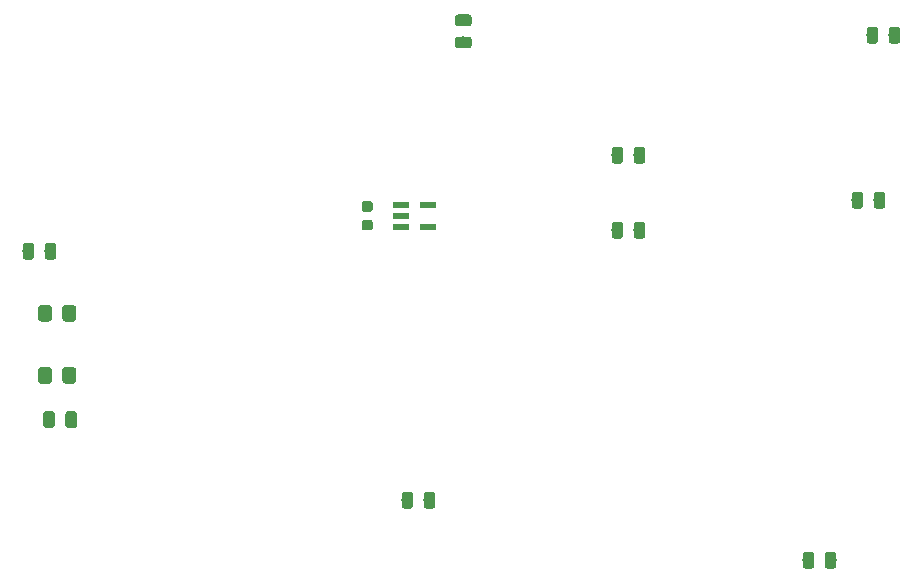
<source format=gbr>
G04 #@! TF.GenerationSoftware,KiCad,Pcbnew,6.0.0-rc1-unknown-46fddab~66~ubuntu16.04.1*
G04 #@! TF.CreationDate,2018-09-28T18:46:46+01:00*
G04 #@! TF.ProjectId,test,746573742E6B696361645F7063620000,rev?*
G04 #@! TF.SameCoordinates,Original*
G04 #@! TF.FileFunction,Paste,Top*
G04 #@! TF.FilePolarity,Positive*
%FSLAX46Y46*%
G04 Gerber Fmt 4.6, Leading zero omitted, Abs format (unit mm)*
G04 Created by KiCad (PCBNEW 6.0.0-rc1-unknown-46fddab~66~ubuntu16.04.1) date Fri Sep 28 18:46:46 2018*
%MOMM*%
%LPD*%
G01*
G04 APERTURE LIST*
%ADD10C,0.100000*%
%ADD11C,0.875000*%
%ADD12R,1.390000X0.580000*%
%ADD13C,1.150000*%
%ADD14C,0.975000*%
G04 APERTURE END LIST*
D10*
G04 #@! TO.C,C4*
G36*
X176277691Y-75026053D02*
X176298926Y-75029203D01*
X176319750Y-75034419D01*
X176339962Y-75041651D01*
X176359368Y-75050830D01*
X176377781Y-75061866D01*
X176395024Y-75074654D01*
X176410930Y-75089070D01*
X176425346Y-75104976D01*
X176438134Y-75122219D01*
X176449170Y-75140632D01*
X176458349Y-75160038D01*
X176465581Y-75180250D01*
X176470797Y-75201074D01*
X176473947Y-75222309D01*
X176475000Y-75243750D01*
X176475000Y-75681250D01*
X176473947Y-75702691D01*
X176470797Y-75723926D01*
X176465581Y-75744750D01*
X176458349Y-75764962D01*
X176449170Y-75784368D01*
X176438134Y-75802781D01*
X176425346Y-75820024D01*
X176410930Y-75835930D01*
X176395024Y-75850346D01*
X176377781Y-75863134D01*
X176359368Y-75874170D01*
X176339962Y-75883349D01*
X176319750Y-75890581D01*
X176298926Y-75895797D01*
X176277691Y-75898947D01*
X176256250Y-75900000D01*
X175743750Y-75900000D01*
X175722309Y-75898947D01*
X175701074Y-75895797D01*
X175680250Y-75890581D01*
X175660038Y-75883349D01*
X175640632Y-75874170D01*
X175622219Y-75863134D01*
X175604976Y-75850346D01*
X175589070Y-75835930D01*
X175574654Y-75820024D01*
X175561866Y-75802781D01*
X175550830Y-75784368D01*
X175541651Y-75764962D01*
X175534419Y-75744750D01*
X175529203Y-75723926D01*
X175526053Y-75702691D01*
X175525000Y-75681250D01*
X175525000Y-75243750D01*
X175526053Y-75222309D01*
X175529203Y-75201074D01*
X175534419Y-75180250D01*
X175541651Y-75160038D01*
X175550830Y-75140632D01*
X175561866Y-75122219D01*
X175574654Y-75104976D01*
X175589070Y-75089070D01*
X175604976Y-75074654D01*
X175622219Y-75061866D01*
X175640632Y-75050830D01*
X175660038Y-75041651D01*
X175680250Y-75034419D01*
X175701074Y-75029203D01*
X175722309Y-75026053D01*
X175743750Y-75025000D01*
X176256250Y-75025000D01*
X176277691Y-75026053D01*
X176277691Y-75026053D01*
G37*
D11*
X176000000Y-75462500D03*
D10*
G36*
X176277691Y-76601053D02*
X176298926Y-76604203D01*
X176319750Y-76609419D01*
X176339962Y-76616651D01*
X176359368Y-76625830D01*
X176377781Y-76636866D01*
X176395024Y-76649654D01*
X176410930Y-76664070D01*
X176425346Y-76679976D01*
X176438134Y-76697219D01*
X176449170Y-76715632D01*
X176458349Y-76735038D01*
X176465581Y-76755250D01*
X176470797Y-76776074D01*
X176473947Y-76797309D01*
X176475000Y-76818750D01*
X176475000Y-77256250D01*
X176473947Y-77277691D01*
X176470797Y-77298926D01*
X176465581Y-77319750D01*
X176458349Y-77339962D01*
X176449170Y-77359368D01*
X176438134Y-77377781D01*
X176425346Y-77395024D01*
X176410930Y-77410930D01*
X176395024Y-77425346D01*
X176377781Y-77438134D01*
X176359368Y-77449170D01*
X176339962Y-77458349D01*
X176319750Y-77465581D01*
X176298926Y-77470797D01*
X176277691Y-77473947D01*
X176256250Y-77475000D01*
X175743750Y-77475000D01*
X175722309Y-77473947D01*
X175701074Y-77470797D01*
X175680250Y-77465581D01*
X175660038Y-77458349D01*
X175640632Y-77449170D01*
X175622219Y-77438134D01*
X175604976Y-77425346D01*
X175589070Y-77410930D01*
X175574654Y-77395024D01*
X175561866Y-77377781D01*
X175550830Y-77359368D01*
X175541651Y-77339962D01*
X175534419Y-77319750D01*
X175529203Y-77298926D01*
X175526053Y-77277691D01*
X175525000Y-77256250D01*
X175525000Y-76818750D01*
X175526053Y-76797309D01*
X175529203Y-76776074D01*
X175534419Y-76755250D01*
X175541651Y-76735038D01*
X175550830Y-76715632D01*
X175561866Y-76697219D01*
X175574654Y-76679976D01*
X175589070Y-76664070D01*
X175604976Y-76649654D01*
X175622219Y-76636866D01*
X175640632Y-76625830D01*
X175660038Y-76616651D01*
X175680250Y-76609419D01*
X175701074Y-76604203D01*
X175722309Y-76601053D01*
X175743750Y-76600000D01*
X176256250Y-76600000D01*
X176277691Y-76601053D01*
X176277691Y-76601053D01*
G37*
D11*
X176000000Y-77037500D03*
G04 #@! TD*
D12*
G04 #@! TO.C,U4*
X178835000Y-75300000D03*
X178835000Y-76250000D03*
X178835000Y-77200000D03*
X181165000Y-77200000D03*
X181165000Y-75300000D03*
G04 #@! TD*
D10*
G04 #@! TO.C,D2*
G36*
X149074505Y-83801204D02*
X149098773Y-83804804D01*
X149122572Y-83810765D01*
X149145671Y-83819030D01*
X149167850Y-83829520D01*
X149188893Y-83842132D01*
X149208599Y-83856747D01*
X149226777Y-83873223D01*
X149243253Y-83891401D01*
X149257868Y-83911107D01*
X149270480Y-83932150D01*
X149280970Y-83954329D01*
X149289235Y-83977428D01*
X149295196Y-84001227D01*
X149298796Y-84025495D01*
X149300000Y-84049999D01*
X149300000Y-84950001D01*
X149298796Y-84974505D01*
X149295196Y-84998773D01*
X149289235Y-85022572D01*
X149280970Y-85045671D01*
X149270480Y-85067850D01*
X149257868Y-85088893D01*
X149243253Y-85108599D01*
X149226777Y-85126777D01*
X149208599Y-85143253D01*
X149188893Y-85157868D01*
X149167850Y-85170480D01*
X149145671Y-85180970D01*
X149122572Y-85189235D01*
X149098773Y-85195196D01*
X149074505Y-85198796D01*
X149050001Y-85200000D01*
X148399999Y-85200000D01*
X148375495Y-85198796D01*
X148351227Y-85195196D01*
X148327428Y-85189235D01*
X148304329Y-85180970D01*
X148282150Y-85170480D01*
X148261107Y-85157868D01*
X148241401Y-85143253D01*
X148223223Y-85126777D01*
X148206747Y-85108599D01*
X148192132Y-85088893D01*
X148179520Y-85067850D01*
X148169030Y-85045671D01*
X148160765Y-85022572D01*
X148154804Y-84998773D01*
X148151204Y-84974505D01*
X148150000Y-84950001D01*
X148150000Y-84049999D01*
X148151204Y-84025495D01*
X148154804Y-84001227D01*
X148160765Y-83977428D01*
X148169030Y-83954329D01*
X148179520Y-83932150D01*
X148192132Y-83911107D01*
X148206747Y-83891401D01*
X148223223Y-83873223D01*
X148241401Y-83856747D01*
X148261107Y-83842132D01*
X148282150Y-83829520D01*
X148304329Y-83819030D01*
X148327428Y-83810765D01*
X148351227Y-83804804D01*
X148375495Y-83801204D01*
X148399999Y-83800000D01*
X149050001Y-83800000D01*
X149074505Y-83801204D01*
X149074505Y-83801204D01*
G37*
D13*
X148725000Y-84500000D03*
D10*
G36*
X151124505Y-83801204D02*
X151148773Y-83804804D01*
X151172572Y-83810765D01*
X151195671Y-83819030D01*
X151217850Y-83829520D01*
X151238893Y-83842132D01*
X151258599Y-83856747D01*
X151276777Y-83873223D01*
X151293253Y-83891401D01*
X151307868Y-83911107D01*
X151320480Y-83932150D01*
X151330970Y-83954329D01*
X151339235Y-83977428D01*
X151345196Y-84001227D01*
X151348796Y-84025495D01*
X151350000Y-84049999D01*
X151350000Y-84950001D01*
X151348796Y-84974505D01*
X151345196Y-84998773D01*
X151339235Y-85022572D01*
X151330970Y-85045671D01*
X151320480Y-85067850D01*
X151307868Y-85088893D01*
X151293253Y-85108599D01*
X151276777Y-85126777D01*
X151258599Y-85143253D01*
X151238893Y-85157868D01*
X151217850Y-85170480D01*
X151195671Y-85180970D01*
X151172572Y-85189235D01*
X151148773Y-85195196D01*
X151124505Y-85198796D01*
X151100001Y-85200000D01*
X150449999Y-85200000D01*
X150425495Y-85198796D01*
X150401227Y-85195196D01*
X150377428Y-85189235D01*
X150354329Y-85180970D01*
X150332150Y-85170480D01*
X150311107Y-85157868D01*
X150291401Y-85143253D01*
X150273223Y-85126777D01*
X150256747Y-85108599D01*
X150242132Y-85088893D01*
X150229520Y-85067850D01*
X150219030Y-85045671D01*
X150210765Y-85022572D01*
X150204804Y-84998773D01*
X150201204Y-84974505D01*
X150200000Y-84950001D01*
X150200000Y-84049999D01*
X150201204Y-84025495D01*
X150204804Y-84001227D01*
X150210765Y-83977428D01*
X150219030Y-83954329D01*
X150229520Y-83932150D01*
X150242132Y-83911107D01*
X150256747Y-83891401D01*
X150273223Y-83873223D01*
X150291401Y-83856747D01*
X150311107Y-83842132D01*
X150332150Y-83829520D01*
X150354329Y-83819030D01*
X150377428Y-83810765D01*
X150401227Y-83804804D01*
X150425495Y-83801204D01*
X150449999Y-83800000D01*
X151100001Y-83800000D01*
X151124505Y-83801204D01*
X151124505Y-83801204D01*
G37*
D13*
X150775000Y-84500000D03*
G04 #@! TD*
D10*
G04 #@! TO.C,D3*
G36*
X151124505Y-89051204D02*
X151148773Y-89054804D01*
X151172572Y-89060765D01*
X151195671Y-89069030D01*
X151217850Y-89079520D01*
X151238893Y-89092132D01*
X151258599Y-89106747D01*
X151276777Y-89123223D01*
X151293253Y-89141401D01*
X151307868Y-89161107D01*
X151320480Y-89182150D01*
X151330970Y-89204329D01*
X151339235Y-89227428D01*
X151345196Y-89251227D01*
X151348796Y-89275495D01*
X151350000Y-89299999D01*
X151350000Y-90200001D01*
X151348796Y-90224505D01*
X151345196Y-90248773D01*
X151339235Y-90272572D01*
X151330970Y-90295671D01*
X151320480Y-90317850D01*
X151307868Y-90338893D01*
X151293253Y-90358599D01*
X151276777Y-90376777D01*
X151258599Y-90393253D01*
X151238893Y-90407868D01*
X151217850Y-90420480D01*
X151195671Y-90430970D01*
X151172572Y-90439235D01*
X151148773Y-90445196D01*
X151124505Y-90448796D01*
X151100001Y-90450000D01*
X150449999Y-90450000D01*
X150425495Y-90448796D01*
X150401227Y-90445196D01*
X150377428Y-90439235D01*
X150354329Y-90430970D01*
X150332150Y-90420480D01*
X150311107Y-90407868D01*
X150291401Y-90393253D01*
X150273223Y-90376777D01*
X150256747Y-90358599D01*
X150242132Y-90338893D01*
X150229520Y-90317850D01*
X150219030Y-90295671D01*
X150210765Y-90272572D01*
X150204804Y-90248773D01*
X150201204Y-90224505D01*
X150200000Y-90200001D01*
X150200000Y-89299999D01*
X150201204Y-89275495D01*
X150204804Y-89251227D01*
X150210765Y-89227428D01*
X150219030Y-89204329D01*
X150229520Y-89182150D01*
X150242132Y-89161107D01*
X150256747Y-89141401D01*
X150273223Y-89123223D01*
X150291401Y-89106747D01*
X150311107Y-89092132D01*
X150332150Y-89079520D01*
X150354329Y-89069030D01*
X150377428Y-89060765D01*
X150401227Y-89054804D01*
X150425495Y-89051204D01*
X150449999Y-89050000D01*
X151100001Y-89050000D01*
X151124505Y-89051204D01*
X151124505Y-89051204D01*
G37*
D13*
X150775000Y-89750000D03*
D10*
G36*
X149074505Y-89051204D02*
X149098773Y-89054804D01*
X149122572Y-89060765D01*
X149145671Y-89069030D01*
X149167850Y-89079520D01*
X149188893Y-89092132D01*
X149208599Y-89106747D01*
X149226777Y-89123223D01*
X149243253Y-89141401D01*
X149257868Y-89161107D01*
X149270480Y-89182150D01*
X149280970Y-89204329D01*
X149289235Y-89227428D01*
X149295196Y-89251227D01*
X149298796Y-89275495D01*
X149300000Y-89299999D01*
X149300000Y-90200001D01*
X149298796Y-90224505D01*
X149295196Y-90248773D01*
X149289235Y-90272572D01*
X149280970Y-90295671D01*
X149270480Y-90317850D01*
X149257868Y-90338893D01*
X149243253Y-90358599D01*
X149226777Y-90376777D01*
X149208599Y-90393253D01*
X149188893Y-90407868D01*
X149167850Y-90420480D01*
X149145671Y-90430970D01*
X149122572Y-90439235D01*
X149098773Y-90445196D01*
X149074505Y-90448796D01*
X149050001Y-90450000D01*
X148399999Y-90450000D01*
X148375495Y-90448796D01*
X148351227Y-90445196D01*
X148327428Y-90439235D01*
X148304329Y-90430970D01*
X148282150Y-90420480D01*
X148261107Y-90407868D01*
X148241401Y-90393253D01*
X148223223Y-90376777D01*
X148206747Y-90358599D01*
X148192132Y-90338893D01*
X148179520Y-90317850D01*
X148169030Y-90295671D01*
X148160765Y-90272572D01*
X148154804Y-90248773D01*
X148151204Y-90224505D01*
X148150000Y-90200001D01*
X148150000Y-89299999D01*
X148151204Y-89275495D01*
X148154804Y-89251227D01*
X148160765Y-89227428D01*
X148169030Y-89204329D01*
X148179520Y-89182150D01*
X148192132Y-89161107D01*
X148206747Y-89141401D01*
X148223223Y-89123223D01*
X148241401Y-89106747D01*
X148261107Y-89092132D01*
X148282150Y-89079520D01*
X148304329Y-89069030D01*
X148327428Y-89060765D01*
X148351227Y-89054804D01*
X148375495Y-89051204D01*
X148399999Y-89050000D01*
X149050001Y-89050000D01*
X149074505Y-89051204D01*
X149074505Y-89051204D01*
G37*
D13*
X148725000Y-89750000D03*
G04 #@! TD*
D10*
G04 #@! TO.C,R18*
G36*
X149455142Y-78551174D02*
X149478803Y-78554684D01*
X149502007Y-78560496D01*
X149524529Y-78568554D01*
X149546153Y-78578782D01*
X149566670Y-78591079D01*
X149585883Y-78605329D01*
X149603607Y-78621393D01*
X149619671Y-78639117D01*
X149633921Y-78658330D01*
X149646218Y-78678847D01*
X149656446Y-78700471D01*
X149664504Y-78722993D01*
X149670316Y-78746197D01*
X149673826Y-78769858D01*
X149675000Y-78793750D01*
X149675000Y-79706250D01*
X149673826Y-79730142D01*
X149670316Y-79753803D01*
X149664504Y-79777007D01*
X149656446Y-79799529D01*
X149646218Y-79821153D01*
X149633921Y-79841670D01*
X149619671Y-79860883D01*
X149603607Y-79878607D01*
X149585883Y-79894671D01*
X149566670Y-79908921D01*
X149546153Y-79921218D01*
X149524529Y-79931446D01*
X149502007Y-79939504D01*
X149478803Y-79945316D01*
X149455142Y-79948826D01*
X149431250Y-79950000D01*
X148943750Y-79950000D01*
X148919858Y-79948826D01*
X148896197Y-79945316D01*
X148872993Y-79939504D01*
X148850471Y-79931446D01*
X148828847Y-79921218D01*
X148808330Y-79908921D01*
X148789117Y-79894671D01*
X148771393Y-79878607D01*
X148755329Y-79860883D01*
X148741079Y-79841670D01*
X148728782Y-79821153D01*
X148718554Y-79799529D01*
X148710496Y-79777007D01*
X148704684Y-79753803D01*
X148701174Y-79730142D01*
X148700000Y-79706250D01*
X148700000Y-78793750D01*
X148701174Y-78769858D01*
X148704684Y-78746197D01*
X148710496Y-78722993D01*
X148718554Y-78700471D01*
X148728782Y-78678847D01*
X148741079Y-78658330D01*
X148755329Y-78639117D01*
X148771393Y-78621393D01*
X148789117Y-78605329D01*
X148808330Y-78591079D01*
X148828847Y-78578782D01*
X148850471Y-78568554D01*
X148872993Y-78560496D01*
X148896197Y-78554684D01*
X148919858Y-78551174D01*
X148943750Y-78550000D01*
X149431250Y-78550000D01*
X149455142Y-78551174D01*
X149455142Y-78551174D01*
G37*
D14*
X149187500Y-79250000D03*
D10*
G36*
X147580142Y-78551174D02*
X147603803Y-78554684D01*
X147627007Y-78560496D01*
X147649529Y-78568554D01*
X147671153Y-78578782D01*
X147691670Y-78591079D01*
X147710883Y-78605329D01*
X147728607Y-78621393D01*
X147744671Y-78639117D01*
X147758921Y-78658330D01*
X147771218Y-78678847D01*
X147781446Y-78700471D01*
X147789504Y-78722993D01*
X147795316Y-78746197D01*
X147798826Y-78769858D01*
X147800000Y-78793750D01*
X147800000Y-79706250D01*
X147798826Y-79730142D01*
X147795316Y-79753803D01*
X147789504Y-79777007D01*
X147781446Y-79799529D01*
X147771218Y-79821153D01*
X147758921Y-79841670D01*
X147744671Y-79860883D01*
X147728607Y-79878607D01*
X147710883Y-79894671D01*
X147691670Y-79908921D01*
X147671153Y-79921218D01*
X147649529Y-79931446D01*
X147627007Y-79939504D01*
X147603803Y-79945316D01*
X147580142Y-79948826D01*
X147556250Y-79950000D01*
X147068750Y-79950000D01*
X147044858Y-79948826D01*
X147021197Y-79945316D01*
X146997993Y-79939504D01*
X146975471Y-79931446D01*
X146953847Y-79921218D01*
X146933330Y-79908921D01*
X146914117Y-79894671D01*
X146896393Y-79878607D01*
X146880329Y-79860883D01*
X146866079Y-79841670D01*
X146853782Y-79821153D01*
X146843554Y-79799529D01*
X146835496Y-79777007D01*
X146829684Y-79753803D01*
X146826174Y-79730142D01*
X146825000Y-79706250D01*
X146825000Y-78793750D01*
X146826174Y-78769858D01*
X146829684Y-78746197D01*
X146835496Y-78722993D01*
X146843554Y-78700471D01*
X146853782Y-78678847D01*
X146866079Y-78658330D01*
X146880329Y-78639117D01*
X146896393Y-78621393D01*
X146914117Y-78605329D01*
X146933330Y-78591079D01*
X146953847Y-78578782D01*
X146975471Y-78568554D01*
X146997993Y-78560496D01*
X147021197Y-78554684D01*
X147044858Y-78551174D01*
X147068750Y-78550000D01*
X147556250Y-78550000D01*
X147580142Y-78551174D01*
X147580142Y-78551174D01*
G37*
D14*
X147312500Y-79250000D03*
G04 #@! TD*
D10*
G04 #@! TO.C,R19*
G36*
X149330142Y-92801174D02*
X149353803Y-92804684D01*
X149377007Y-92810496D01*
X149399529Y-92818554D01*
X149421153Y-92828782D01*
X149441670Y-92841079D01*
X149460883Y-92855329D01*
X149478607Y-92871393D01*
X149494671Y-92889117D01*
X149508921Y-92908330D01*
X149521218Y-92928847D01*
X149531446Y-92950471D01*
X149539504Y-92972993D01*
X149545316Y-92996197D01*
X149548826Y-93019858D01*
X149550000Y-93043750D01*
X149550000Y-93956250D01*
X149548826Y-93980142D01*
X149545316Y-94003803D01*
X149539504Y-94027007D01*
X149531446Y-94049529D01*
X149521218Y-94071153D01*
X149508921Y-94091670D01*
X149494671Y-94110883D01*
X149478607Y-94128607D01*
X149460883Y-94144671D01*
X149441670Y-94158921D01*
X149421153Y-94171218D01*
X149399529Y-94181446D01*
X149377007Y-94189504D01*
X149353803Y-94195316D01*
X149330142Y-94198826D01*
X149306250Y-94200000D01*
X148818750Y-94200000D01*
X148794858Y-94198826D01*
X148771197Y-94195316D01*
X148747993Y-94189504D01*
X148725471Y-94181446D01*
X148703847Y-94171218D01*
X148683330Y-94158921D01*
X148664117Y-94144671D01*
X148646393Y-94128607D01*
X148630329Y-94110883D01*
X148616079Y-94091670D01*
X148603782Y-94071153D01*
X148593554Y-94049529D01*
X148585496Y-94027007D01*
X148579684Y-94003803D01*
X148576174Y-93980142D01*
X148575000Y-93956250D01*
X148575000Y-93043750D01*
X148576174Y-93019858D01*
X148579684Y-92996197D01*
X148585496Y-92972993D01*
X148593554Y-92950471D01*
X148603782Y-92928847D01*
X148616079Y-92908330D01*
X148630329Y-92889117D01*
X148646393Y-92871393D01*
X148664117Y-92855329D01*
X148683330Y-92841079D01*
X148703847Y-92828782D01*
X148725471Y-92818554D01*
X148747993Y-92810496D01*
X148771197Y-92804684D01*
X148794858Y-92801174D01*
X148818750Y-92800000D01*
X149306250Y-92800000D01*
X149330142Y-92801174D01*
X149330142Y-92801174D01*
G37*
D14*
X149062500Y-93500000D03*
D10*
G36*
X151205142Y-92801174D02*
X151228803Y-92804684D01*
X151252007Y-92810496D01*
X151274529Y-92818554D01*
X151296153Y-92828782D01*
X151316670Y-92841079D01*
X151335883Y-92855329D01*
X151353607Y-92871393D01*
X151369671Y-92889117D01*
X151383921Y-92908330D01*
X151396218Y-92928847D01*
X151406446Y-92950471D01*
X151414504Y-92972993D01*
X151420316Y-92996197D01*
X151423826Y-93019858D01*
X151425000Y-93043750D01*
X151425000Y-93956250D01*
X151423826Y-93980142D01*
X151420316Y-94003803D01*
X151414504Y-94027007D01*
X151406446Y-94049529D01*
X151396218Y-94071153D01*
X151383921Y-94091670D01*
X151369671Y-94110883D01*
X151353607Y-94128607D01*
X151335883Y-94144671D01*
X151316670Y-94158921D01*
X151296153Y-94171218D01*
X151274529Y-94181446D01*
X151252007Y-94189504D01*
X151228803Y-94195316D01*
X151205142Y-94198826D01*
X151181250Y-94200000D01*
X150693750Y-94200000D01*
X150669858Y-94198826D01*
X150646197Y-94195316D01*
X150622993Y-94189504D01*
X150600471Y-94181446D01*
X150578847Y-94171218D01*
X150558330Y-94158921D01*
X150539117Y-94144671D01*
X150521393Y-94128607D01*
X150505329Y-94110883D01*
X150491079Y-94091670D01*
X150478782Y-94071153D01*
X150468554Y-94049529D01*
X150460496Y-94027007D01*
X150454684Y-94003803D01*
X150451174Y-93980142D01*
X150450000Y-93956250D01*
X150450000Y-93043750D01*
X150451174Y-93019858D01*
X150454684Y-92996197D01*
X150460496Y-92972993D01*
X150468554Y-92950471D01*
X150478782Y-92928847D01*
X150491079Y-92908330D01*
X150505329Y-92889117D01*
X150521393Y-92871393D01*
X150539117Y-92855329D01*
X150558330Y-92841079D01*
X150578847Y-92828782D01*
X150600471Y-92818554D01*
X150622993Y-92810496D01*
X150646197Y-92804684D01*
X150669858Y-92801174D01*
X150693750Y-92800000D01*
X151181250Y-92800000D01*
X151205142Y-92801174D01*
X151205142Y-92801174D01*
G37*
D14*
X150937500Y-93500000D03*
G04 #@! TD*
D10*
G04 #@! TO.C,R31*
G36*
X179670142Y-99631174D02*
X179693803Y-99634684D01*
X179717007Y-99640496D01*
X179739529Y-99648554D01*
X179761153Y-99658782D01*
X179781670Y-99671079D01*
X179800883Y-99685329D01*
X179818607Y-99701393D01*
X179834671Y-99719117D01*
X179848921Y-99738330D01*
X179861218Y-99758847D01*
X179871446Y-99780471D01*
X179879504Y-99802993D01*
X179885316Y-99826197D01*
X179888826Y-99849858D01*
X179890000Y-99873750D01*
X179890000Y-100786250D01*
X179888826Y-100810142D01*
X179885316Y-100833803D01*
X179879504Y-100857007D01*
X179871446Y-100879529D01*
X179861218Y-100901153D01*
X179848921Y-100921670D01*
X179834671Y-100940883D01*
X179818607Y-100958607D01*
X179800883Y-100974671D01*
X179781670Y-100988921D01*
X179761153Y-101001218D01*
X179739529Y-101011446D01*
X179717007Y-101019504D01*
X179693803Y-101025316D01*
X179670142Y-101028826D01*
X179646250Y-101030000D01*
X179158750Y-101030000D01*
X179134858Y-101028826D01*
X179111197Y-101025316D01*
X179087993Y-101019504D01*
X179065471Y-101011446D01*
X179043847Y-101001218D01*
X179023330Y-100988921D01*
X179004117Y-100974671D01*
X178986393Y-100958607D01*
X178970329Y-100940883D01*
X178956079Y-100921670D01*
X178943782Y-100901153D01*
X178933554Y-100879529D01*
X178925496Y-100857007D01*
X178919684Y-100833803D01*
X178916174Y-100810142D01*
X178915000Y-100786250D01*
X178915000Y-99873750D01*
X178916174Y-99849858D01*
X178919684Y-99826197D01*
X178925496Y-99802993D01*
X178933554Y-99780471D01*
X178943782Y-99758847D01*
X178956079Y-99738330D01*
X178970329Y-99719117D01*
X178986393Y-99701393D01*
X179004117Y-99685329D01*
X179023330Y-99671079D01*
X179043847Y-99658782D01*
X179065471Y-99648554D01*
X179087993Y-99640496D01*
X179111197Y-99634684D01*
X179134858Y-99631174D01*
X179158750Y-99630000D01*
X179646250Y-99630000D01*
X179670142Y-99631174D01*
X179670142Y-99631174D01*
G37*
D14*
X179402500Y-100330000D03*
D10*
G36*
X181545142Y-99631174D02*
X181568803Y-99634684D01*
X181592007Y-99640496D01*
X181614529Y-99648554D01*
X181636153Y-99658782D01*
X181656670Y-99671079D01*
X181675883Y-99685329D01*
X181693607Y-99701393D01*
X181709671Y-99719117D01*
X181723921Y-99738330D01*
X181736218Y-99758847D01*
X181746446Y-99780471D01*
X181754504Y-99802993D01*
X181760316Y-99826197D01*
X181763826Y-99849858D01*
X181765000Y-99873750D01*
X181765000Y-100786250D01*
X181763826Y-100810142D01*
X181760316Y-100833803D01*
X181754504Y-100857007D01*
X181746446Y-100879529D01*
X181736218Y-100901153D01*
X181723921Y-100921670D01*
X181709671Y-100940883D01*
X181693607Y-100958607D01*
X181675883Y-100974671D01*
X181656670Y-100988921D01*
X181636153Y-101001218D01*
X181614529Y-101011446D01*
X181592007Y-101019504D01*
X181568803Y-101025316D01*
X181545142Y-101028826D01*
X181521250Y-101030000D01*
X181033750Y-101030000D01*
X181009858Y-101028826D01*
X180986197Y-101025316D01*
X180962993Y-101019504D01*
X180940471Y-101011446D01*
X180918847Y-101001218D01*
X180898330Y-100988921D01*
X180879117Y-100974671D01*
X180861393Y-100958607D01*
X180845329Y-100940883D01*
X180831079Y-100921670D01*
X180818782Y-100901153D01*
X180808554Y-100879529D01*
X180800496Y-100857007D01*
X180794684Y-100833803D01*
X180791174Y-100810142D01*
X180790000Y-100786250D01*
X180790000Y-99873750D01*
X180791174Y-99849858D01*
X180794684Y-99826197D01*
X180800496Y-99802993D01*
X180808554Y-99780471D01*
X180818782Y-99758847D01*
X180831079Y-99738330D01*
X180845329Y-99719117D01*
X180861393Y-99701393D01*
X180879117Y-99685329D01*
X180898330Y-99671079D01*
X180918847Y-99658782D01*
X180940471Y-99648554D01*
X180962993Y-99640496D01*
X180986197Y-99634684D01*
X181009858Y-99631174D01*
X181033750Y-99630000D01*
X181521250Y-99630000D01*
X181545142Y-99631174D01*
X181545142Y-99631174D01*
G37*
D14*
X181277500Y-100330000D03*
G04 #@! TD*
D10*
G04 #@! TO.C,R32*
G36*
X215502642Y-104711174D02*
X215526303Y-104714684D01*
X215549507Y-104720496D01*
X215572029Y-104728554D01*
X215593653Y-104738782D01*
X215614170Y-104751079D01*
X215633383Y-104765329D01*
X215651107Y-104781393D01*
X215667171Y-104799117D01*
X215681421Y-104818330D01*
X215693718Y-104838847D01*
X215703946Y-104860471D01*
X215712004Y-104882993D01*
X215717816Y-104906197D01*
X215721326Y-104929858D01*
X215722500Y-104953750D01*
X215722500Y-105866250D01*
X215721326Y-105890142D01*
X215717816Y-105913803D01*
X215712004Y-105937007D01*
X215703946Y-105959529D01*
X215693718Y-105981153D01*
X215681421Y-106001670D01*
X215667171Y-106020883D01*
X215651107Y-106038607D01*
X215633383Y-106054671D01*
X215614170Y-106068921D01*
X215593653Y-106081218D01*
X215572029Y-106091446D01*
X215549507Y-106099504D01*
X215526303Y-106105316D01*
X215502642Y-106108826D01*
X215478750Y-106110000D01*
X214991250Y-106110000D01*
X214967358Y-106108826D01*
X214943697Y-106105316D01*
X214920493Y-106099504D01*
X214897971Y-106091446D01*
X214876347Y-106081218D01*
X214855830Y-106068921D01*
X214836617Y-106054671D01*
X214818893Y-106038607D01*
X214802829Y-106020883D01*
X214788579Y-106001670D01*
X214776282Y-105981153D01*
X214766054Y-105959529D01*
X214757996Y-105937007D01*
X214752184Y-105913803D01*
X214748674Y-105890142D01*
X214747500Y-105866250D01*
X214747500Y-104953750D01*
X214748674Y-104929858D01*
X214752184Y-104906197D01*
X214757996Y-104882993D01*
X214766054Y-104860471D01*
X214776282Y-104838847D01*
X214788579Y-104818330D01*
X214802829Y-104799117D01*
X214818893Y-104781393D01*
X214836617Y-104765329D01*
X214855830Y-104751079D01*
X214876347Y-104738782D01*
X214897971Y-104728554D01*
X214920493Y-104720496D01*
X214943697Y-104714684D01*
X214967358Y-104711174D01*
X214991250Y-104710000D01*
X215478750Y-104710000D01*
X215502642Y-104711174D01*
X215502642Y-104711174D01*
G37*
D14*
X215235000Y-105410000D03*
D10*
G36*
X213627642Y-104711174D02*
X213651303Y-104714684D01*
X213674507Y-104720496D01*
X213697029Y-104728554D01*
X213718653Y-104738782D01*
X213739170Y-104751079D01*
X213758383Y-104765329D01*
X213776107Y-104781393D01*
X213792171Y-104799117D01*
X213806421Y-104818330D01*
X213818718Y-104838847D01*
X213828946Y-104860471D01*
X213837004Y-104882993D01*
X213842816Y-104906197D01*
X213846326Y-104929858D01*
X213847500Y-104953750D01*
X213847500Y-105866250D01*
X213846326Y-105890142D01*
X213842816Y-105913803D01*
X213837004Y-105937007D01*
X213828946Y-105959529D01*
X213818718Y-105981153D01*
X213806421Y-106001670D01*
X213792171Y-106020883D01*
X213776107Y-106038607D01*
X213758383Y-106054671D01*
X213739170Y-106068921D01*
X213718653Y-106081218D01*
X213697029Y-106091446D01*
X213674507Y-106099504D01*
X213651303Y-106105316D01*
X213627642Y-106108826D01*
X213603750Y-106110000D01*
X213116250Y-106110000D01*
X213092358Y-106108826D01*
X213068697Y-106105316D01*
X213045493Y-106099504D01*
X213022971Y-106091446D01*
X213001347Y-106081218D01*
X212980830Y-106068921D01*
X212961617Y-106054671D01*
X212943893Y-106038607D01*
X212927829Y-106020883D01*
X212913579Y-106001670D01*
X212901282Y-105981153D01*
X212891054Y-105959529D01*
X212882996Y-105937007D01*
X212877184Y-105913803D01*
X212873674Y-105890142D01*
X212872500Y-105866250D01*
X212872500Y-104953750D01*
X212873674Y-104929858D01*
X212877184Y-104906197D01*
X212882996Y-104882993D01*
X212891054Y-104860471D01*
X212901282Y-104838847D01*
X212913579Y-104818330D01*
X212927829Y-104799117D01*
X212943893Y-104781393D01*
X212961617Y-104765329D01*
X212980830Y-104751079D01*
X213001347Y-104738782D01*
X213022971Y-104728554D01*
X213045493Y-104720496D01*
X213068697Y-104714684D01*
X213092358Y-104711174D01*
X213116250Y-104710000D01*
X213603750Y-104710000D01*
X213627642Y-104711174D01*
X213627642Y-104711174D01*
G37*
D14*
X213360000Y-105410000D03*
G04 #@! TD*
D10*
G04 #@! TO.C,R33*
G36*
X217770142Y-74231174D02*
X217793803Y-74234684D01*
X217817007Y-74240496D01*
X217839529Y-74248554D01*
X217861153Y-74258782D01*
X217881670Y-74271079D01*
X217900883Y-74285329D01*
X217918607Y-74301393D01*
X217934671Y-74319117D01*
X217948921Y-74338330D01*
X217961218Y-74358847D01*
X217971446Y-74380471D01*
X217979504Y-74402993D01*
X217985316Y-74426197D01*
X217988826Y-74449858D01*
X217990000Y-74473750D01*
X217990000Y-75386250D01*
X217988826Y-75410142D01*
X217985316Y-75433803D01*
X217979504Y-75457007D01*
X217971446Y-75479529D01*
X217961218Y-75501153D01*
X217948921Y-75521670D01*
X217934671Y-75540883D01*
X217918607Y-75558607D01*
X217900883Y-75574671D01*
X217881670Y-75588921D01*
X217861153Y-75601218D01*
X217839529Y-75611446D01*
X217817007Y-75619504D01*
X217793803Y-75625316D01*
X217770142Y-75628826D01*
X217746250Y-75630000D01*
X217258750Y-75630000D01*
X217234858Y-75628826D01*
X217211197Y-75625316D01*
X217187993Y-75619504D01*
X217165471Y-75611446D01*
X217143847Y-75601218D01*
X217123330Y-75588921D01*
X217104117Y-75574671D01*
X217086393Y-75558607D01*
X217070329Y-75540883D01*
X217056079Y-75521670D01*
X217043782Y-75501153D01*
X217033554Y-75479529D01*
X217025496Y-75457007D01*
X217019684Y-75433803D01*
X217016174Y-75410142D01*
X217015000Y-75386250D01*
X217015000Y-74473750D01*
X217016174Y-74449858D01*
X217019684Y-74426197D01*
X217025496Y-74402993D01*
X217033554Y-74380471D01*
X217043782Y-74358847D01*
X217056079Y-74338330D01*
X217070329Y-74319117D01*
X217086393Y-74301393D01*
X217104117Y-74285329D01*
X217123330Y-74271079D01*
X217143847Y-74258782D01*
X217165471Y-74248554D01*
X217187993Y-74240496D01*
X217211197Y-74234684D01*
X217234858Y-74231174D01*
X217258750Y-74230000D01*
X217746250Y-74230000D01*
X217770142Y-74231174D01*
X217770142Y-74231174D01*
G37*
D14*
X217502500Y-74930000D03*
D10*
G36*
X219645142Y-74231174D02*
X219668803Y-74234684D01*
X219692007Y-74240496D01*
X219714529Y-74248554D01*
X219736153Y-74258782D01*
X219756670Y-74271079D01*
X219775883Y-74285329D01*
X219793607Y-74301393D01*
X219809671Y-74319117D01*
X219823921Y-74338330D01*
X219836218Y-74358847D01*
X219846446Y-74380471D01*
X219854504Y-74402993D01*
X219860316Y-74426197D01*
X219863826Y-74449858D01*
X219865000Y-74473750D01*
X219865000Y-75386250D01*
X219863826Y-75410142D01*
X219860316Y-75433803D01*
X219854504Y-75457007D01*
X219846446Y-75479529D01*
X219836218Y-75501153D01*
X219823921Y-75521670D01*
X219809671Y-75540883D01*
X219793607Y-75558607D01*
X219775883Y-75574671D01*
X219756670Y-75588921D01*
X219736153Y-75601218D01*
X219714529Y-75611446D01*
X219692007Y-75619504D01*
X219668803Y-75625316D01*
X219645142Y-75628826D01*
X219621250Y-75630000D01*
X219133750Y-75630000D01*
X219109858Y-75628826D01*
X219086197Y-75625316D01*
X219062993Y-75619504D01*
X219040471Y-75611446D01*
X219018847Y-75601218D01*
X218998330Y-75588921D01*
X218979117Y-75574671D01*
X218961393Y-75558607D01*
X218945329Y-75540883D01*
X218931079Y-75521670D01*
X218918782Y-75501153D01*
X218908554Y-75479529D01*
X218900496Y-75457007D01*
X218894684Y-75433803D01*
X218891174Y-75410142D01*
X218890000Y-75386250D01*
X218890000Y-74473750D01*
X218891174Y-74449858D01*
X218894684Y-74426197D01*
X218900496Y-74402993D01*
X218908554Y-74380471D01*
X218918782Y-74358847D01*
X218931079Y-74338330D01*
X218945329Y-74319117D01*
X218961393Y-74301393D01*
X218979117Y-74285329D01*
X218998330Y-74271079D01*
X219018847Y-74258782D01*
X219040471Y-74248554D01*
X219062993Y-74240496D01*
X219086197Y-74234684D01*
X219109858Y-74231174D01*
X219133750Y-74230000D01*
X219621250Y-74230000D01*
X219645142Y-74231174D01*
X219645142Y-74231174D01*
G37*
D14*
X219377500Y-74930000D03*
G04 #@! TD*
D10*
G04 #@! TO.C,R34*
G36*
X199325142Y-76771174D02*
X199348803Y-76774684D01*
X199372007Y-76780496D01*
X199394529Y-76788554D01*
X199416153Y-76798782D01*
X199436670Y-76811079D01*
X199455883Y-76825329D01*
X199473607Y-76841393D01*
X199489671Y-76859117D01*
X199503921Y-76878330D01*
X199516218Y-76898847D01*
X199526446Y-76920471D01*
X199534504Y-76942993D01*
X199540316Y-76966197D01*
X199543826Y-76989858D01*
X199545000Y-77013750D01*
X199545000Y-77926250D01*
X199543826Y-77950142D01*
X199540316Y-77973803D01*
X199534504Y-77997007D01*
X199526446Y-78019529D01*
X199516218Y-78041153D01*
X199503921Y-78061670D01*
X199489671Y-78080883D01*
X199473607Y-78098607D01*
X199455883Y-78114671D01*
X199436670Y-78128921D01*
X199416153Y-78141218D01*
X199394529Y-78151446D01*
X199372007Y-78159504D01*
X199348803Y-78165316D01*
X199325142Y-78168826D01*
X199301250Y-78170000D01*
X198813750Y-78170000D01*
X198789858Y-78168826D01*
X198766197Y-78165316D01*
X198742993Y-78159504D01*
X198720471Y-78151446D01*
X198698847Y-78141218D01*
X198678330Y-78128921D01*
X198659117Y-78114671D01*
X198641393Y-78098607D01*
X198625329Y-78080883D01*
X198611079Y-78061670D01*
X198598782Y-78041153D01*
X198588554Y-78019529D01*
X198580496Y-77997007D01*
X198574684Y-77973803D01*
X198571174Y-77950142D01*
X198570000Y-77926250D01*
X198570000Y-77013750D01*
X198571174Y-76989858D01*
X198574684Y-76966197D01*
X198580496Y-76942993D01*
X198588554Y-76920471D01*
X198598782Y-76898847D01*
X198611079Y-76878330D01*
X198625329Y-76859117D01*
X198641393Y-76841393D01*
X198659117Y-76825329D01*
X198678330Y-76811079D01*
X198698847Y-76798782D01*
X198720471Y-76788554D01*
X198742993Y-76780496D01*
X198766197Y-76774684D01*
X198789858Y-76771174D01*
X198813750Y-76770000D01*
X199301250Y-76770000D01*
X199325142Y-76771174D01*
X199325142Y-76771174D01*
G37*
D14*
X199057500Y-77470000D03*
D10*
G36*
X197450142Y-76771174D02*
X197473803Y-76774684D01*
X197497007Y-76780496D01*
X197519529Y-76788554D01*
X197541153Y-76798782D01*
X197561670Y-76811079D01*
X197580883Y-76825329D01*
X197598607Y-76841393D01*
X197614671Y-76859117D01*
X197628921Y-76878330D01*
X197641218Y-76898847D01*
X197651446Y-76920471D01*
X197659504Y-76942993D01*
X197665316Y-76966197D01*
X197668826Y-76989858D01*
X197670000Y-77013750D01*
X197670000Y-77926250D01*
X197668826Y-77950142D01*
X197665316Y-77973803D01*
X197659504Y-77997007D01*
X197651446Y-78019529D01*
X197641218Y-78041153D01*
X197628921Y-78061670D01*
X197614671Y-78080883D01*
X197598607Y-78098607D01*
X197580883Y-78114671D01*
X197561670Y-78128921D01*
X197541153Y-78141218D01*
X197519529Y-78151446D01*
X197497007Y-78159504D01*
X197473803Y-78165316D01*
X197450142Y-78168826D01*
X197426250Y-78170000D01*
X196938750Y-78170000D01*
X196914858Y-78168826D01*
X196891197Y-78165316D01*
X196867993Y-78159504D01*
X196845471Y-78151446D01*
X196823847Y-78141218D01*
X196803330Y-78128921D01*
X196784117Y-78114671D01*
X196766393Y-78098607D01*
X196750329Y-78080883D01*
X196736079Y-78061670D01*
X196723782Y-78041153D01*
X196713554Y-78019529D01*
X196705496Y-77997007D01*
X196699684Y-77973803D01*
X196696174Y-77950142D01*
X196695000Y-77926250D01*
X196695000Y-77013750D01*
X196696174Y-76989858D01*
X196699684Y-76966197D01*
X196705496Y-76942993D01*
X196713554Y-76920471D01*
X196723782Y-76898847D01*
X196736079Y-76878330D01*
X196750329Y-76859117D01*
X196766393Y-76841393D01*
X196784117Y-76825329D01*
X196803330Y-76811079D01*
X196823847Y-76798782D01*
X196845471Y-76788554D01*
X196867993Y-76780496D01*
X196891197Y-76774684D01*
X196914858Y-76771174D01*
X196938750Y-76770000D01*
X197426250Y-76770000D01*
X197450142Y-76771174D01*
X197450142Y-76771174D01*
G37*
D14*
X197182500Y-77470000D03*
G04 #@! TD*
D10*
G04 #@! TO.C,R35*
G36*
X197450142Y-70421174D02*
X197473803Y-70424684D01*
X197497007Y-70430496D01*
X197519529Y-70438554D01*
X197541153Y-70448782D01*
X197561670Y-70461079D01*
X197580883Y-70475329D01*
X197598607Y-70491393D01*
X197614671Y-70509117D01*
X197628921Y-70528330D01*
X197641218Y-70548847D01*
X197651446Y-70570471D01*
X197659504Y-70592993D01*
X197665316Y-70616197D01*
X197668826Y-70639858D01*
X197670000Y-70663750D01*
X197670000Y-71576250D01*
X197668826Y-71600142D01*
X197665316Y-71623803D01*
X197659504Y-71647007D01*
X197651446Y-71669529D01*
X197641218Y-71691153D01*
X197628921Y-71711670D01*
X197614671Y-71730883D01*
X197598607Y-71748607D01*
X197580883Y-71764671D01*
X197561670Y-71778921D01*
X197541153Y-71791218D01*
X197519529Y-71801446D01*
X197497007Y-71809504D01*
X197473803Y-71815316D01*
X197450142Y-71818826D01*
X197426250Y-71820000D01*
X196938750Y-71820000D01*
X196914858Y-71818826D01*
X196891197Y-71815316D01*
X196867993Y-71809504D01*
X196845471Y-71801446D01*
X196823847Y-71791218D01*
X196803330Y-71778921D01*
X196784117Y-71764671D01*
X196766393Y-71748607D01*
X196750329Y-71730883D01*
X196736079Y-71711670D01*
X196723782Y-71691153D01*
X196713554Y-71669529D01*
X196705496Y-71647007D01*
X196699684Y-71623803D01*
X196696174Y-71600142D01*
X196695000Y-71576250D01*
X196695000Y-70663750D01*
X196696174Y-70639858D01*
X196699684Y-70616197D01*
X196705496Y-70592993D01*
X196713554Y-70570471D01*
X196723782Y-70548847D01*
X196736079Y-70528330D01*
X196750329Y-70509117D01*
X196766393Y-70491393D01*
X196784117Y-70475329D01*
X196803330Y-70461079D01*
X196823847Y-70448782D01*
X196845471Y-70438554D01*
X196867993Y-70430496D01*
X196891197Y-70424684D01*
X196914858Y-70421174D01*
X196938750Y-70420000D01*
X197426250Y-70420000D01*
X197450142Y-70421174D01*
X197450142Y-70421174D01*
G37*
D14*
X197182500Y-71120000D03*
D10*
G36*
X199325142Y-70421174D02*
X199348803Y-70424684D01*
X199372007Y-70430496D01*
X199394529Y-70438554D01*
X199416153Y-70448782D01*
X199436670Y-70461079D01*
X199455883Y-70475329D01*
X199473607Y-70491393D01*
X199489671Y-70509117D01*
X199503921Y-70528330D01*
X199516218Y-70548847D01*
X199526446Y-70570471D01*
X199534504Y-70592993D01*
X199540316Y-70616197D01*
X199543826Y-70639858D01*
X199545000Y-70663750D01*
X199545000Y-71576250D01*
X199543826Y-71600142D01*
X199540316Y-71623803D01*
X199534504Y-71647007D01*
X199526446Y-71669529D01*
X199516218Y-71691153D01*
X199503921Y-71711670D01*
X199489671Y-71730883D01*
X199473607Y-71748607D01*
X199455883Y-71764671D01*
X199436670Y-71778921D01*
X199416153Y-71791218D01*
X199394529Y-71801446D01*
X199372007Y-71809504D01*
X199348803Y-71815316D01*
X199325142Y-71818826D01*
X199301250Y-71820000D01*
X198813750Y-71820000D01*
X198789858Y-71818826D01*
X198766197Y-71815316D01*
X198742993Y-71809504D01*
X198720471Y-71801446D01*
X198698847Y-71791218D01*
X198678330Y-71778921D01*
X198659117Y-71764671D01*
X198641393Y-71748607D01*
X198625329Y-71730883D01*
X198611079Y-71711670D01*
X198598782Y-71691153D01*
X198588554Y-71669529D01*
X198580496Y-71647007D01*
X198574684Y-71623803D01*
X198571174Y-71600142D01*
X198570000Y-71576250D01*
X198570000Y-70663750D01*
X198571174Y-70639858D01*
X198574684Y-70616197D01*
X198580496Y-70592993D01*
X198588554Y-70570471D01*
X198598782Y-70548847D01*
X198611079Y-70528330D01*
X198625329Y-70509117D01*
X198641393Y-70491393D01*
X198659117Y-70475329D01*
X198678330Y-70461079D01*
X198698847Y-70448782D01*
X198720471Y-70438554D01*
X198742993Y-70430496D01*
X198766197Y-70424684D01*
X198789858Y-70421174D01*
X198813750Y-70420000D01*
X199301250Y-70420000D01*
X199325142Y-70421174D01*
X199325142Y-70421174D01*
G37*
D14*
X199057500Y-71120000D03*
G04 #@! TD*
D10*
G04 #@! TO.C,R36*
G36*
X219040142Y-60261174D02*
X219063803Y-60264684D01*
X219087007Y-60270496D01*
X219109529Y-60278554D01*
X219131153Y-60288782D01*
X219151670Y-60301079D01*
X219170883Y-60315329D01*
X219188607Y-60331393D01*
X219204671Y-60349117D01*
X219218921Y-60368330D01*
X219231218Y-60388847D01*
X219241446Y-60410471D01*
X219249504Y-60432993D01*
X219255316Y-60456197D01*
X219258826Y-60479858D01*
X219260000Y-60503750D01*
X219260000Y-61416250D01*
X219258826Y-61440142D01*
X219255316Y-61463803D01*
X219249504Y-61487007D01*
X219241446Y-61509529D01*
X219231218Y-61531153D01*
X219218921Y-61551670D01*
X219204671Y-61570883D01*
X219188607Y-61588607D01*
X219170883Y-61604671D01*
X219151670Y-61618921D01*
X219131153Y-61631218D01*
X219109529Y-61641446D01*
X219087007Y-61649504D01*
X219063803Y-61655316D01*
X219040142Y-61658826D01*
X219016250Y-61660000D01*
X218528750Y-61660000D01*
X218504858Y-61658826D01*
X218481197Y-61655316D01*
X218457993Y-61649504D01*
X218435471Y-61641446D01*
X218413847Y-61631218D01*
X218393330Y-61618921D01*
X218374117Y-61604671D01*
X218356393Y-61588607D01*
X218340329Y-61570883D01*
X218326079Y-61551670D01*
X218313782Y-61531153D01*
X218303554Y-61509529D01*
X218295496Y-61487007D01*
X218289684Y-61463803D01*
X218286174Y-61440142D01*
X218285000Y-61416250D01*
X218285000Y-60503750D01*
X218286174Y-60479858D01*
X218289684Y-60456197D01*
X218295496Y-60432993D01*
X218303554Y-60410471D01*
X218313782Y-60388847D01*
X218326079Y-60368330D01*
X218340329Y-60349117D01*
X218356393Y-60331393D01*
X218374117Y-60315329D01*
X218393330Y-60301079D01*
X218413847Y-60288782D01*
X218435471Y-60278554D01*
X218457993Y-60270496D01*
X218481197Y-60264684D01*
X218504858Y-60261174D01*
X218528750Y-60260000D01*
X219016250Y-60260000D01*
X219040142Y-60261174D01*
X219040142Y-60261174D01*
G37*
D14*
X218772500Y-60960000D03*
D10*
G36*
X220915142Y-60261174D02*
X220938803Y-60264684D01*
X220962007Y-60270496D01*
X220984529Y-60278554D01*
X221006153Y-60288782D01*
X221026670Y-60301079D01*
X221045883Y-60315329D01*
X221063607Y-60331393D01*
X221079671Y-60349117D01*
X221093921Y-60368330D01*
X221106218Y-60388847D01*
X221116446Y-60410471D01*
X221124504Y-60432993D01*
X221130316Y-60456197D01*
X221133826Y-60479858D01*
X221135000Y-60503750D01*
X221135000Y-61416250D01*
X221133826Y-61440142D01*
X221130316Y-61463803D01*
X221124504Y-61487007D01*
X221116446Y-61509529D01*
X221106218Y-61531153D01*
X221093921Y-61551670D01*
X221079671Y-61570883D01*
X221063607Y-61588607D01*
X221045883Y-61604671D01*
X221026670Y-61618921D01*
X221006153Y-61631218D01*
X220984529Y-61641446D01*
X220962007Y-61649504D01*
X220938803Y-61655316D01*
X220915142Y-61658826D01*
X220891250Y-61660000D01*
X220403750Y-61660000D01*
X220379858Y-61658826D01*
X220356197Y-61655316D01*
X220332993Y-61649504D01*
X220310471Y-61641446D01*
X220288847Y-61631218D01*
X220268330Y-61618921D01*
X220249117Y-61604671D01*
X220231393Y-61588607D01*
X220215329Y-61570883D01*
X220201079Y-61551670D01*
X220188782Y-61531153D01*
X220178554Y-61509529D01*
X220170496Y-61487007D01*
X220164684Y-61463803D01*
X220161174Y-61440142D01*
X220160000Y-61416250D01*
X220160000Y-60503750D01*
X220161174Y-60479858D01*
X220164684Y-60456197D01*
X220170496Y-60432993D01*
X220178554Y-60410471D01*
X220188782Y-60388847D01*
X220201079Y-60368330D01*
X220215329Y-60349117D01*
X220231393Y-60331393D01*
X220249117Y-60315329D01*
X220268330Y-60301079D01*
X220288847Y-60288782D01*
X220310471Y-60278554D01*
X220332993Y-60270496D01*
X220356197Y-60264684D01*
X220379858Y-60261174D01*
X220403750Y-60260000D01*
X220891250Y-60260000D01*
X220915142Y-60261174D01*
X220915142Y-60261174D01*
G37*
D14*
X220647500Y-60960000D03*
G04 #@! TD*
D10*
G04 #@! TO.C,R37*
G36*
X184630142Y-59203674D02*
X184653803Y-59207184D01*
X184677007Y-59212996D01*
X184699529Y-59221054D01*
X184721153Y-59231282D01*
X184741670Y-59243579D01*
X184760883Y-59257829D01*
X184778607Y-59273893D01*
X184794671Y-59291617D01*
X184808921Y-59310830D01*
X184821218Y-59331347D01*
X184831446Y-59352971D01*
X184839504Y-59375493D01*
X184845316Y-59398697D01*
X184848826Y-59422358D01*
X184850000Y-59446250D01*
X184850000Y-59933750D01*
X184848826Y-59957642D01*
X184845316Y-59981303D01*
X184839504Y-60004507D01*
X184831446Y-60027029D01*
X184821218Y-60048653D01*
X184808921Y-60069170D01*
X184794671Y-60088383D01*
X184778607Y-60106107D01*
X184760883Y-60122171D01*
X184741670Y-60136421D01*
X184721153Y-60148718D01*
X184699529Y-60158946D01*
X184677007Y-60167004D01*
X184653803Y-60172816D01*
X184630142Y-60176326D01*
X184606250Y-60177500D01*
X183693750Y-60177500D01*
X183669858Y-60176326D01*
X183646197Y-60172816D01*
X183622993Y-60167004D01*
X183600471Y-60158946D01*
X183578847Y-60148718D01*
X183558330Y-60136421D01*
X183539117Y-60122171D01*
X183521393Y-60106107D01*
X183505329Y-60088383D01*
X183491079Y-60069170D01*
X183478782Y-60048653D01*
X183468554Y-60027029D01*
X183460496Y-60004507D01*
X183454684Y-59981303D01*
X183451174Y-59957642D01*
X183450000Y-59933750D01*
X183450000Y-59446250D01*
X183451174Y-59422358D01*
X183454684Y-59398697D01*
X183460496Y-59375493D01*
X183468554Y-59352971D01*
X183478782Y-59331347D01*
X183491079Y-59310830D01*
X183505329Y-59291617D01*
X183521393Y-59273893D01*
X183539117Y-59257829D01*
X183558330Y-59243579D01*
X183578847Y-59231282D01*
X183600471Y-59221054D01*
X183622993Y-59212996D01*
X183646197Y-59207184D01*
X183669858Y-59203674D01*
X183693750Y-59202500D01*
X184606250Y-59202500D01*
X184630142Y-59203674D01*
X184630142Y-59203674D01*
G37*
D14*
X184150000Y-59690000D03*
D10*
G36*
X184630142Y-61078674D02*
X184653803Y-61082184D01*
X184677007Y-61087996D01*
X184699529Y-61096054D01*
X184721153Y-61106282D01*
X184741670Y-61118579D01*
X184760883Y-61132829D01*
X184778607Y-61148893D01*
X184794671Y-61166617D01*
X184808921Y-61185830D01*
X184821218Y-61206347D01*
X184831446Y-61227971D01*
X184839504Y-61250493D01*
X184845316Y-61273697D01*
X184848826Y-61297358D01*
X184850000Y-61321250D01*
X184850000Y-61808750D01*
X184848826Y-61832642D01*
X184845316Y-61856303D01*
X184839504Y-61879507D01*
X184831446Y-61902029D01*
X184821218Y-61923653D01*
X184808921Y-61944170D01*
X184794671Y-61963383D01*
X184778607Y-61981107D01*
X184760883Y-61997171D01*
X184741670Y-62011421D01*
X184721153Y-62023718D01*
X184699529Y-62033946D01*
X184677007Y-62042004D01*
X184653803Y-62047816D01*
X184630142Y-62051326D01*
X184606250Y-62052500D01*
X183693750Y-62052500D01*
X183669858Y-62051326D01*
X183646197Y-62047816D01*
X183622993Y-62042004D01*
X183600471Y-62033946D01*
X183578847Y-62023718D01*
X183558330Y-62011421D01*
X183539117Y-61997171D01*
X183521393Y-61981107D01*
X183505329Y-61963383D01*
X183491079Y-61944170D01*
X183478782Y-61923653D01*
X183468554Y-61902029D01*
X183460496Y-61879507D01*
X183454684Y-61856303D01*
X183451174Y-61832642D01*
X183450000Y-61808750D01*
X183450000Y-61321250D01*
X183451174Y-61297358D01*
X183454684Y-61273697D01*
X183460496Y-61250493D01*
X183468554Y-61227971D01*
X183478782Y-61206347D01*
X183491079Y-61185830D01*
X183505329Y-61166617D01*
X183521393Y-61148893D01*
X183539117Y-61132829D01*
X183558330Y-61118579D01*
X183578847Y-61106282D01*
X183600471Y-61096054D01*
X183622993Y-61087996D01*
X183646197Y-61082184D01*
X183669858Y-61078674D01*
X183693750Y-61077500D01*
X184606250Y-61077500D01*
X184630142Y-61078674D01*
X184630142Y-61078674D01*
G37*
D14*
X184150000Y-61565000D03*
G04 #@! TD*
M02*

</source>
